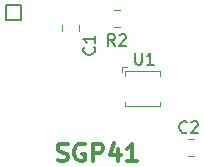
<source format=gbr>
%TF.GenerationSoftware,KiCad,Pcbnew,6.0.7-f9a2dced07~116~ubuntu20.04.1*%
%TF.CreationDate,2022-10-31T14:46:48+01:00*%
%TF.ProjectId,sgp41_board,73677034-315f-4626-9f61-72642e6b6963,rev?*%
%TF.SameCoordinates,Original*%
%TF.FileFunction,Legend,Top*%
%TF.FilePolarity,Positive*%
%FSLAX46Y46*%
G04 Gerber Fmt 4.6, Leading zero omitted, Abs format (unit mm)*
G04 Created by KiCad (PCBNEW 6.0.7-f9a2dced07~116~ubuntu20.04.1) date 2022-10-31 14:46:48*
%MOMM*%
%LPD*%
G01*
G04 APERTURE LIST*
%ADD10C,0.150000*%
%ADD11C,0.300000*%
%ADD12C,0.120000*%
G04 APERTURE END LIST*
D10*
X99568000Y-30988000D02*
X100838000Y-30988000D01*
X100838000Y-30988000D02*
X100838000Y-32258000D01*
X100838000Y-32258000D02*
X99568000Y-32258000D01*
X99568000Y-32258000D02*
X99568000Y-30988000D01*
D11*
X103957857Y-44168142D02*
X104172142Y-44239571D01*
X104529285Y-44239571D01*
X104672142Y-44168142D01*
X104743571Y-44096714D01*
X104815000Y-43953857D01*
X104815000Y-43811000D01*
X104743571Y-43668142D01*
X104672142Y-43596714D01*
X104529285Y-43525285D01*
X104243571Y-43453857D01*
X104100714Y-43382428D01*
X104029285Y-43311000D01*
X103957857Y-43168142D01*
X103957857Y-43025285D01*
X104029285Y-42882428D01*
X104100714Y-42811000D01*
X104243571Y-42739571D01*
X104600714Y-42739571D01*
X104815000Y-42811000D01*
X106243571Y-42811000D02*
X106100714Y-42739571D01*
X105886428Y-42739571D01*
X105672142Y-42811000D01*
X105529285Y-42953857D01*
X105457857Y-43096714D01*
X105386428Y-43382428D01*
X105386428Y-43596714D01*
X105457857Y-43882428D01*
X105529285Y-44025285D01*
X105672142Y-44168142D01*
X105886428Y-44239571D01*
X106029285Y-44239571D01*
X106243571Y-44168142D01*
X106315000Y-44096714D01*
X106315000Y-43596714D01*
X106029285Y-43596714D01*
X106957857Y-44239571D02*
X106957857Y-42739571D01*
X107529285Y-42739571D01*
X107672142Y-42811000D01*
X107743571Y-42882428D01*
X107815000Y-43025285D01*
X107815000Y-43239571D01*
X107743571Y-43382428D01*
X107672142Y-43453857D01*
X107529285Y-43525285D01*
X106957857Y-43525285D01*
X109100714Y-43239571D02*
X109100714Y-44239571D01*
X108743571Y-42668142D02*
X108386428Y-43739571D01*
X109315000Y-43739571D01*
X110672142Y-44239571D02*
X109815000Y-44239571D01*
X110243571Y-44239571D02*
X110243571Y-42739571D01*
X110100714Y-42953857D01*
X109957857Y-43096714D01*
X109815000Y-43168142D01*
D10*
%TO.C,C2*%
X114895333Y-41759142D02*
X114847714Y-41806761D01*
X114704857Y-41854380D01*
X114609619Y-41854380D01*
X114466761Y-41806761D01*
X114371523Y-41711523D01*
X114323904Y-41616285D01*
X114276285Y-41425809D01*
X114276285Y-41282952D01*
X114323904Y-41092476D01*
X114371523Y-40997238D01*
X114466761Y-40902000D01*
X114609619Y-40854380D01*
X114704857Y-40854380D01*
X114847714Y-40902000D01*
X114895333Y-40949619D01*
X115276285Y-40949619D02*
X115323904Y-40902000D01*
X115419142Y-40854380D01*
X115657238Y-40854380D01*
X115752476Y-40902000D01*
X115800095Y-40949619D01*
X115847714Y-41044857D01*
X115847714Y-41140095D01*
X115800095Y-41282952D01*
X115228666Y-41854380D01*
X115847714Y-41854380D01*
%TO.C,C1*%
X107037142Y-34583666D02*
X107084761Y-34631285D01*
X107132380Y-34774142D01*
X107132380Y-34869380D01*
X107084761Y-35012238D01*
X106989523Y-35107476D01*
X106894285Y-35155095D01*
X106703809Y-35202714D01*
X106560952Y-35202714D01*
X106370476Y-35155095D01*
X106275238Y-35107476D01*
X106180000Y-35012238D01*
X106132380Y-34869380D01*
X106132380Y-34774142D01*
X106180000Y-34631285D01*
X106227619Y-34583666D01*
X107132380Y-33631285D02*
X107132380Y-34202714D01*
X107132380Y-33917000D02*
X106132380Y-33917000D01*
X106275238Y-34012238D01*
X106370476Y-34107476D01*
X106418095Y-34202714D01*
%TO.C,U1*%
X110536095Y-35052380D02*
X110536095Y-35861904D01*
X110583714Y-35957142D01*
X110631333Y-36004761D01*
X110726571Y-36052380D01*
X110917047Y-36052380D01*
X111012285Y-36004761D01*
X111059904Y-35957142D01*
X111107523Y-35861904D01*
X111107523Y-35052380D01*
X112107523Y-36052380D02*
X111536095Y-36052380D01*
X111821809Y-36052380D02*
X111821809Y-35052380D01*
X111726571Y-35195238D01*
X111631333Y-35290476D01*
X111536095Y-35338095D01*
%TO.C,R2*%
X108799333Y-34488380D02*
X108466000Y-34012190D01*
X108227904Y-34488380D02*
X108227904Y-33488380D01*
X108608857Y-33488380D01*
X108704095Y-33536000D01*
X108751714Y-33583619D01*
X108799333Y-33678857D01*
X108799333Y-33821714D01*
X108751714Y-33916952D01*
X108704095Y-33964571D01*
X108608857Y-34012190D01*
X108227904Y-34012190D01*
X109180285Y-33583619D02*
X109227904Y-33536000D01*
X109323142Y-33488380D01*
X109561238Y-33488380D01*
X109656476Y-33536000D01*
X109704095Y-33583619D01*
X109751714Y-33678857D01*
X109751714Y-33774095D01*
X109704095Y-33916952D01*
X109132666Y-34488380D01*
X109751714Y-34488380D01*
D12*
%TO.C,C2*%
X115511252Y-43788000D02*
X114988748Y-43788000D01*
X115511252Y-42318000D02*
X114988748Y-42318000D01*
%TO.C,C1*%
X104294000Y-33215252D02*
X104294000Y-32692748D01*
X105764000Y-33215252D02*
X105764000Y-32692748D01*
%TO.C,U1*%
X109698000Y-36600000D02*
X112598000Y-36600000D01*
X109398000Y-36300000D02*
X109798000Y-36300000D01*
X109398000Y-36700000D02*
X109398000Y-36300000D01*
X112598000Y-36600000D02*
X112598000Y-37000000D01*
X109698000Y-37000000D02*
X109698000Y-36600000D01*
X112598000Y-39600000D02*
X112598000Y-39200000D01*
X109698000Y-39600000D02*
X112598000Y-39600000D01*
X109698000Y-39200000D02*
X109698000Y-39600000D01*
%TO.C,R2*%
X108762436Y-31396000D02*
X109216564Y-31396000D01*
X108762436Y-32866000D02*
X109216564Y-32866000D01*
%TD*%
M02*

</source>
